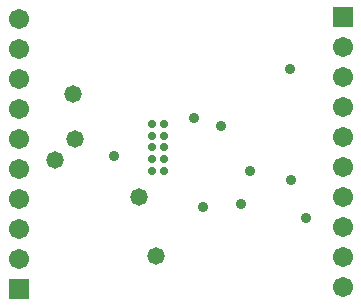
<source format=gbs>
G04*
G04 #@! TF.GenerationSoftware,Altium Limited,Altium Designer,18.1.7 (191)*
G04*
G04 Layer_Color=16711935*
%FSLAX25Y25*%
%MOIN*%
G70*
G01*
G75*
%ADD40R,0.06706X0.06706*%
%ADD41C,0.06706*%
%ADD42C,0.05800*%
%ADD43C,0.03556*%
%ADD44C,0.02769*%
D40*
X119516Y102500D02*
D03*
X11516Y12000D02*
D03*
D41*
X119516Y92500D02*
D03*
Y72500D02*
D03*
Y62500D02*
D03*
Y52500D02*
D03*
Y42500D02*
D03*
Y32500D02*
D03*
Y22500D02*
D03*
Y12500D02*
D03*
Y82500D02*
D03*
X11516Y22000D02*
D03*
Y42000D02*
D03*
Y52000D02*
D03*
Y62000D02*
D03*
Y72000D02*
D03*
Y82000D02*
D03*
Y92000D02*
D03*
Y102000D02*
D03*
Y32000D02*
D03*
D42*
X57228Y22890D02*
D03*
X51496Y42594D02*
D03*
X23622Y54921D02*
D03*
X30302Y62008D02*
D03*
X29528Y76772D02*
D03*
D43*
X70020Y68727D02*
D03*
X101880Y85319D02*
D03*
X43307Y56102D02*
D03*
X85630Y40354D02*
D03*
X107283Y35453D02*
D03*
X102362Y48228D02*
D03*
X78942Y66155D02*
D03*
X88583Y51181D02*
D03*
X73079Y39370D02*
D03*
D44*
X60039Y51181D02*
D03*
X56102D02*
D03*
X60039Y55118D02*
D03*
X56102D02*
D03*
X60039Y59055D02*
D03*
X56102D02*
D03*
X60039Y62992D02*
D03*
X56102D02*
D03*
X60039Y66929D02*
D03*
X56102D02*
D03*
M02*

</source>
